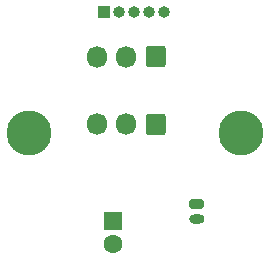
<source format=gbs>
%TF.GenerationSoftware,KiCad,Pcbnew,(5.1.8)-1*%
%TF.CreationDate,2020-12-07T19:46:07+01:00*%
%TF.ProjectId,PX12_Board,50583132-5f42-46f6-9172-642e6b696361,V1.0*%
%TF.SameCoordinates,Original*%
%TF.FileFunction,Soldermask,Bot*%
%TF.FilePolarity,Negative*%
%FSLAX46Y46*%
G04 Gerber Fmt 4.6, Leading zero omitted, Abs format (unit mm)*
G04 Created by KiCad (PCBNEW (5.1.8)-1) date 2020-12-07 19:46:07*
%MOMM*%
%LPD*%
G01*
G04 APERTURE LIST*
%ADD10O,1.700000X1.850000*%
%ADD11O,1.300000X0.800000*%
%ADD12R,1.000000X1.000000*%
%ADD13O,1.000000X1.000000*%
%ADD14R,1.600000X1.600000*%
%ADD15C,1.600000*%
%ADD16C,3.800000*%
G04 APERTURE END LIST*
D10*
%TO.C,KLIN2*%
X171750000Y-99250000D03*
X174250000Y-99250000D03*
G36*
G01*
X177600000Y-98575000D02*
X177600000Y-99925000D01*
G75*
G02*
X177350000Y-100175000I-250000J0D01*
G01*
X176150000Y-100175000D01*
G75*
G02*
X175900000Y-99925000I0J250000D01*
G01*
X175900000Y-98575000D01*
G75*
G02*
X176150000Y-98325000I250000J0D01*
G01*
X177350000Y-98325000D01*
G75*
G02*
X177600000Y-98575000I0J-250000D01*
G01*
G37*
%TD*%
%TO.C,KLIN1*%
G36*
G01*
X177600000Y-92825000D02*
X177600000Y-94175000D01*
G75*
G02*
X177350000Y-94425000I-250000J0D01*
G01*
X176150000Y-94425000D01*
G75*
G02*
X175900000Y-94175000I0J250000D01*
G01*
X175900000Y-92825000D01*
G75*
G02*
X176150000Y-92575000I250000J0D01*
G01*
X177350000Y-92575000D01*
G75*
G02*
X177600000Y-92825000I0J-250000D01*
G01*
G37*
X174250000Y-93500000D03*
X171750000Y-93500000D03*
%TD*%
%TO.C,VALVE1*%
G36*
G01*
X179750000Y-105600000D02*
X180650000Y-105600000D01*
G75*
G02*
X180850000Y-105800000I0J-200000D01*
G01*
X180850000Y-106200000D01*
G75*
G02*
X180650000Y-106400000I-200000J0D01*
G01*
X179750000Y-106400000D01*
G75*
G02*
X179550000Y-106200000I0J200000D01*
G01*
X179550000Y-105800000D01*
G75*
G02*
X179750000Y-105600000I200000J0D01*
G01*
G37*
D11*
X180200000Y-107250000D03*
%TD*%
D12*
%TO.C,SWD1*%
X172350000Y-89700000D03*
D13*
X173620000Y-89700000D03*
X174890000Y-89700000D03*
X176160000Y-89700000D03*
X177430000Y-89700000D03*
%TD*%
D14*
%TO.C,C4*%
X173100000Y-107400000D03*
D15*
X173100000Y-109400000D03*
%TD*%
D16*
%TO.C,PGND1*%
X184000000Y-100000000D03*
%TD*%
%TO.C,PVCC1*%
X166000000Y-100000000D03*
%TD*%
M02*

</source>
